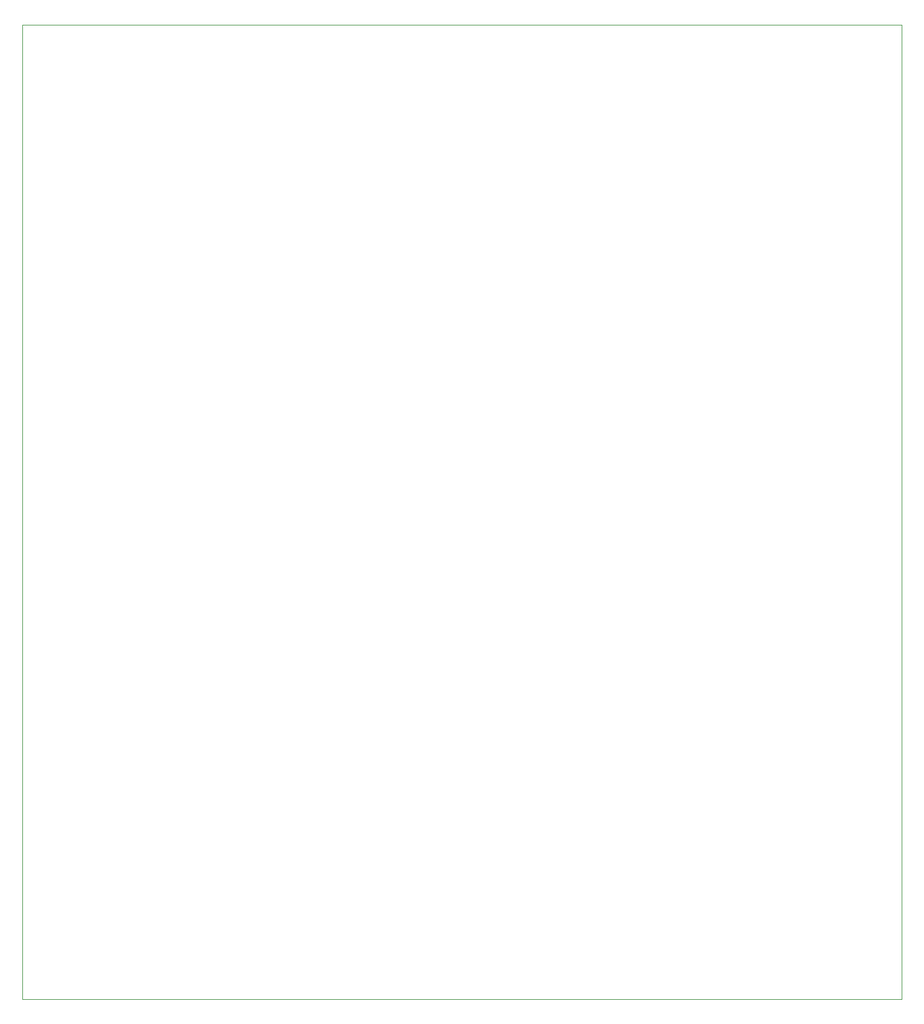
<source format=gm1>
G04 #@! TF.GenerationSoftware,KiCad,Pcbnew,(6.0.0)*
G04 #@! TF.CreationDate,2022-03-25T16:36:21+01:00*
G04 #@! TF.ProjectId,Drumbox,4472756d-626f-4782-9e6b-696361645f70,rev?*
G04 #@! TF.SameCoordinates,Original*
G04 #@! TF.FileFunction,Profile,NP*
%FSLAX46Y46*%
G04 Gerber Fmt 4.6, Leading zero omitted, Abs format (unit mm)*
G04 Created by KiCad (PCBNEW (6.0.0)) date 2022-03-25 16:36:21*
%MOMM*%
%LPD*%
G01*
G04 APERTURE LIST*
G04 #@! TA.AperFunction,Profile*
%ADD10C,0.050000*%
G04 #@! TD*
G04 APERTURE END LIST*
D10*
X74100000Y-27500000D02*
X74100000Y-160500000D01*
X74100000Y-27500000D02*
X194100000Y-27500000D01*
X194100000Y-27500000D02*
X194100000Y-160500000D01*
X194100000Y-160500000D02*
X74100000Y-160500000D01*
M02*

</source>
